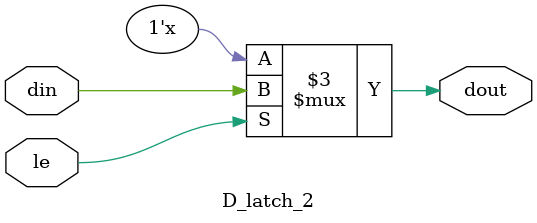
<source format=v>
module D_latch_2 (dout, din, le);
  output dout;
  input din, le;
  reg dout;
  always @(din or le)
    if  (le == 1'b1)
      dout <= din; 
endmodule //latch

</source>
